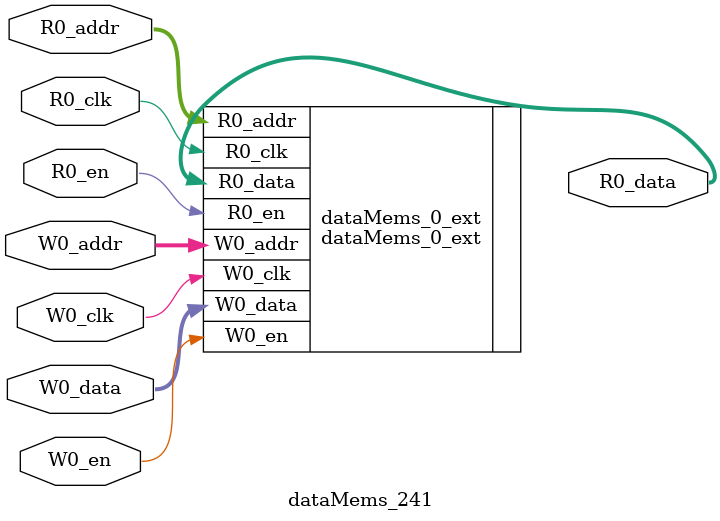
<source format=sv>
`ifndef RANDOMIZE
  `ifdef RANDOMIZE_REG_INIT
    `define RANDOMIZE
  `endif // RANDOMIZE_REG_INIT
`endif // not def RANDOMIZE
`ifndef RANDOMIZE
  `ifdef RANDOMIZE_MEM_INIT
    `define RANDOMIZE
  `endif // RANDOMIZE_MEM_INIT
`endif // not def RANDOMIZE

`ifndef RANDOM
  `define RANDOM $random
`endif // not def RANDOM

// Users can define 'PRINTF_COND' to add an extra gate to prints.
`ifndef PRINTF_COND_
  `ifdef PRINTF_COND
    `define PRINTF_COND_ (`PRINTF_COND)
  `else  // PRINTF_COND
    `define PRINTF_COND_ 1
  `endif // PRINTF_COND
`endif // not def PRINTF_COND_

// Users can define 'ASSERT_VERBOSE_COND' to add an extra gate to assert error printing.
`ifndef ASSERT_VERBOSE_COND_
  `ifdef ASSERT_VERBOSE_COND
    `define ASSERT_VERBOSE_COND_ (`ASSERT_VERBOSE_COND)
  `else  // ASSERT_VERBOSE_COND
    `define ASSERT_VERBOSE_COND_ 1
  `endif // ASSERT_VERBOSE_COND
`endif // not def ASSERT_VERBOSE_COND_

// Users can define 'STOP_COND' to add an extra gate to stop conditions.
`ifndef STOP_COND_
  `ifdef STOP_COND
    `define STOP_COND_ (`STOP_COND)
  `else  // STOP_COND
    `define STOP_COND_ 1
  `endif // STOP_COND
`endif // not def STOP_COND_

// Users can define INIT_RANDOM as general code that gets injected into the
// initializer block for modules with registers.
`ifndef INIT_RANDOM
  `define INIT_RANDOM
`endif // not def INIT_RANDOM

// If using random initialization, you can also define RANDOMIZE_DELAY to
// customize the delay used, otherwise 0.002 is used.
`ifndef RANDOMIZE_DELAY
  `define RANDOMIZE_DELAY 0.002
`endif // not def RANDOMIZE_DELAY

// Define INIT_RANDOM_PROLOG_ for use in our modules below.
`ifndef INIT_RANDOM_PROLOG_
  `ifdef RANDOMIZE
    `ifdef VERILATOR
      `define INIT_RANDOM_PROLOG_ `INIT_RANDOM
    `else  // VERILATOR
      `define INIT_RANDOM_PROLOG_ `INIT_RANDOM #`RANDOMIZE_DELAY begin end
    `endif // VERILATOR
  `else  // RANDOMIZE
    `define INIT_RANDOM_PROLOG_
  `endif // RANDOMIZE
`endif // not def INIT_RANDOM_PROLOG_

// Include register initializers in init blocks unless synthesis is set
`ifndef SYNTHESIS
  `ifndef ENABLE_INITIAL_REG_
    `define ENABLE_INITIAL_REG_
  `endif // not def ENABLE_INITIAL_REG_
`endif // not def SYNTHESIS

// Include rmemory initializers in init blocks unless synthesis is set
`ifndef SYNTHESIS
  `ifndef ENABLE_INITIAL_MEM_
    `define ENABLE_INITIAL_MEM_
  `endif // not def ENABLE_INITIAL_MEM_
`endif // not def SYNTHESIS

module dataMems_241(	// @[generators/ara/src/main/scala/UnsafeAXI4ToTL.scala:365:62]
  input  [4:0]  R0_addr,
  input         R0_en,
  input         R0_clk,
  output [66:0] R0_data,
  input  [4:0]  W0_addr,
  input         W0_en,
  input         W0_clk,
  input  [66:0] W0_data
);

  dataMems_0_ext dataMems_0_ext (	// @[generators/ara/src/main/scala/UnsafeAXI4ToTL.scala:365:62]
    .R0_addr (R0_addr),
    .R0_en   (R0_en),
    .R0_clk  (R0_clk),
    .R0_data (R0_data),
    .W0_addr (W0_addr),
    .W0_en   (W0_en),
    .W0_clk  (W0_clk),
    .W0_data (W0_data)
  );
endmodule


</source>
